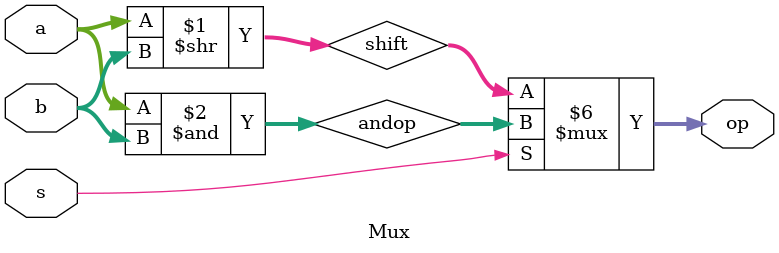
<source format=sv>
`timescale 1ns / 1ps



module Mux(

input logic [3:0]a , // for 10 shifting 
input logic [3:0]b,
input logic s ,
output logic [3:0]op

    );
    logic [3:0] shift;
    logic [3:0] andop;
    assign shift = a >> b;
    assign andop = a&b; 
    
always @( a , b ,s ) 

begin 
   if(s==0)
     op <= shift;
   else
  op <=  andop; 
 end 
    
endmodule

</source>
